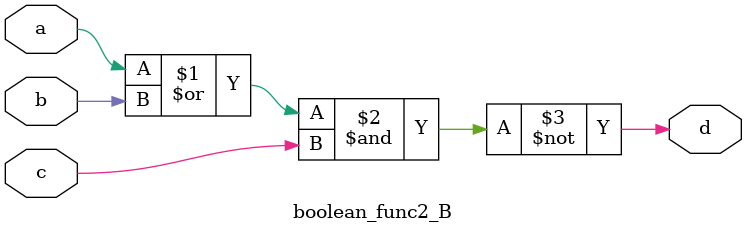
<source format=v>
`timescale 1ns / 1ps

module boolean_func2_B(a, b, c, d);
    input a, b, c;
    output d;

    assign d = ~((a|b)&c);
endmodule

</source>
